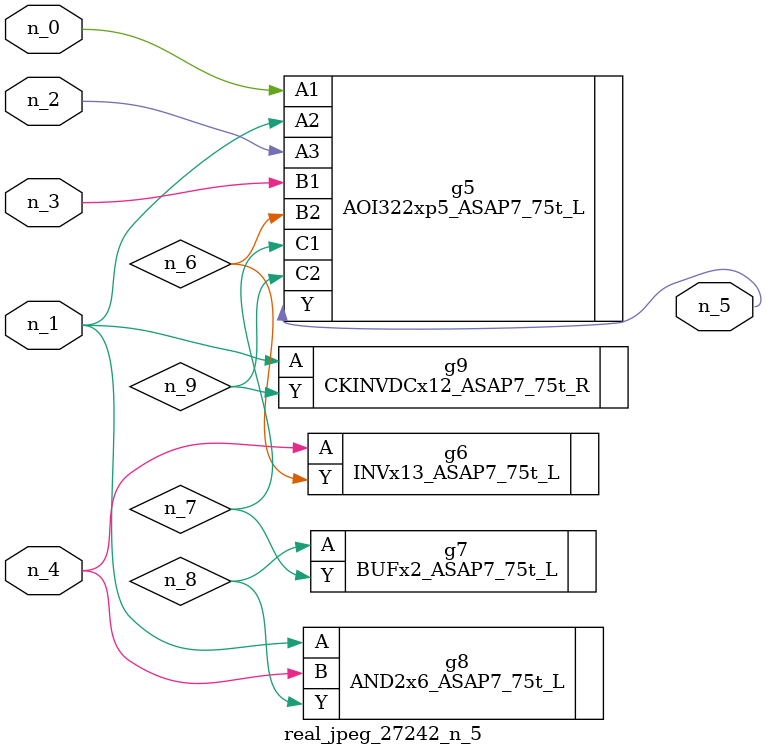
<source format=v>
module real_jpeg_27242_n_5 (n_4, n_0, n_1, n_2, n_3, n_5);

input n_4;
input n_0;
input n_1;
input n_2;
input n_3;

output n_5;

wire n_8;
wire n_6;
wire n_7;
wire n_9;

AOI322xp5_ASAP7_75t_L g5 ( 
.A1(n_0),
.A2(n_1),
.A3(n_2),
.B1(n_3),
.B2(n_6),
.C1(n_7),
.C2(n_9),
.Y(n_5)
);

AND2x6_ASAP7_75t_L g8 ( 
.A(n_1),
.B(n_4),
.Y(n_8)
);

CKINVDCx12_ASAP7_75t_R g9 ( 
.A(n_1),
.Y(n_9)
);

INVx13_ASAP7_75t_L g6 ( 
.A(n_4),
.Y(n_6)
);

BUFx2_ASAP7_75t_L g7 ( 
.A(n_8),
.Y(n_7)
);


endmodule
</source>
